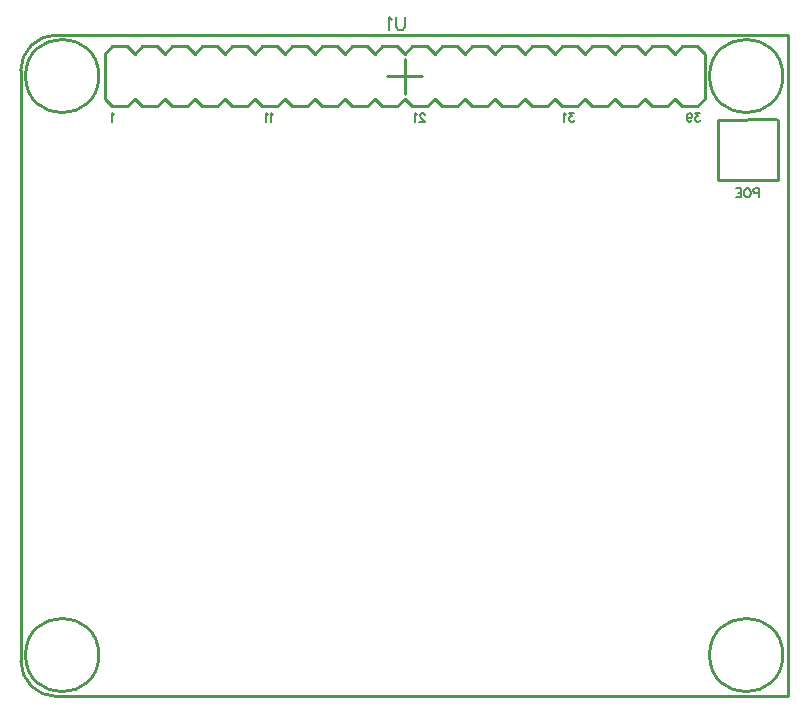
<source format=gbo>
G04 Layer: BottomSilkscreenLayer*
G04 EasyEDA v6.4.31, 2022-02-22 11:53:35*
G04 0e17b504a1c74eaf9c4f321eb8a460b9,d16b5419f4934f6baf9a23abf8230603,10*
G04 Gerber Generator version 0.2*
G04 Scale: 100 percent, Rotated: No, Reflected: No *
G04 Dimensions in millimeters *
G04 leading zeros omitted , absolute positions ,4 integer and 5 decimal *
%FSLAX45Y45*%
%MOMM*%

%ADD10C,0.2540*%
%ADD21C,0.1524*%
%ADD22C,0.1501*%

%LPD*%
D21*
X3949700Y8649715D02*
G01*
X3949700Y8571737D01*
X3944620Y8556244D01*
X3934206Y8545829D01*
X3918458Y8540750D01*
X3908043Y8540750D01*
X3892550Y8545829D01*
X3882136Y8556244D01*
X3877056Y8571737D01*
X3877056Y8649715D01*
X3842765Y8628887D02*
G01*
X3832352Y8634221D01*
X3816604Y8649715D01*
X3816604Y8540750D01*
X1487919Y7825488D02*
G01*
X1481061Y7829044D01*
X1470647Y7839458D01*
X1470647Y7766560D01*
X6444741Y7839455D02*
G01*
X6406641Y7839455D01*
X6427470Y7811770D01*
X6417056Y7811770D01*
X6409943Y7808213D01*
X6406641Y7804658D01*
X6403086Y7794244D01*
X6403086Y7787386D01*
X6406641Y7776971D01*
X6413500Y7770113D01*
X6423913Y7766558D01*
X6434327Y7766558D01*
X6444741Y7770113D01*
X6448043Y7773670D01*
X6451600Y7780528D01*
X6335268Y7815071D02*
G01*
X6338570Y7804658D01*
X6345681Y7797800D01*
X6356095Y7794244D01*
X6359397Y7794244D01*
X6369811Y7797800D01*
X6376670Y7804658D01*
X6380225Y7815071D01*
X6380225Y7818628D01*
X6376670Y7829042D01*
X6369811Y7835900D01*
X6359397Y7839455D01*
X6356095Y7839455D01*
X6345681Y7835900D01*
X6338570Y7829042D01*
X6335268Y7815071D01*
X6335268Y7797800D01*
X6338570Y7780528D01*
X6345681Y7770113D01*
X6356095Y7766558D01*
X6362954Y7766558D01*
X6373368Y7770113D01*
X6376670Y7776971D01*
X2832100Y7825486D02*
G01*
X2825241Y7829042D01*
X2814827Y7839455D01*
X2814827Y7766558D01*
X2791968Y7825486D02*
G01*
X2785109Y7829042D01*
X2774695Y7839455D01*
X2774695Y7766558D01*
X4115803Y7821932D02*
G01*
X4115803Y7825488D01*
X4112501Y7832346D01*
X4108945Y7835902D01*
X4102087Y7839458D01*
X4088117Y7839458D01*
X4081259Y7835902D01*
X4077703Y7832346D01*
X4074401Y7825488D01*
X4074401Y7818630D01*
X4077703Y7811772D01*
X4084815Y7801358D01*
X4119359Y7766560D01*
X4070845Y7766560D01*
X4047985Y7825488D02*
G01*
X4041127Y7829044D01*
X4030713Y7839458D01*
X4030713Y7766560D01*
X5378919Y7839455D02*
G01*
X5340819Y7839455D01*
X5361647Y7811770D01*
X5351233Y7811770D01*
X5344121Y7808213D01*
X5340819Y7804658D01*
X5337263Y7794244D01*
X5337263Y7787386D01*
X5340819Y7776971D01*
X5347677Y7770113D01*
X5358091Y7766558D01*
X5368505Y7766558D01*
X5378919Y7770113D01*
X5382221Y7773670D01*
X5385777Y7780528D01*
X5314403Y7825486D02*
G01*
X5307545Y7829042D01*
X5297131Y7839455D01*
X5297131Y7766558D01*
D22*
X6946887Y7201395D02*
G01*
X6946887Y7128751D01*
X6946887Y7201395D02*
G01*
X6915899Y7201395D01*
X6905485Y7197839D01*
X6901929Y7194537D01*
X6898627Y7187679D01*
X6898627Y7177265D01*
X6901929Y7170407D01*
X6905485Y7166851D01*
X6915899Y7163295D01*
X6946887Y7163295D01*
X6854939Y7201395D02*
G01*
X6861797Y7197839D01*
X6868909Y7190981D01*
X6872211Y7184123D01*
X6875767Y7173709D01*
X6875767Y7156437D01*
X6872211Y7146023D01*
X6868909Y7139165D01*
X6861797Y7132307D01*
X6854939Y7128751D01*
X6841223Y7128751D01*
X6834365Y7132307D01*
X6827253Y7139165D01*
X6823951Y7146023D01*
X6820395Y7156437D01*
X6820395Y7173709D01*
X6823951Y7184123D01*
X6827253Y7190981D01*
X6834365Y7197839D01*
X6841223Y7201395D01*
X6854939Y7201395D01*
X6797789Y7201395D02*
G01*
X6797789Y7128751D01*
X6797789Y7201395D02*
G01*
X6752831Y7201395D01*
X6797789Y7166851D02*
G01*
X6770103Y7166851D01*
X6797789Y7128751D02*
G01*
X6752831Y7128751D01*
D10*
X6597246Y7277100D02*
G01*
X7105246Y7277100D01*
X6597246Y7785100D02*
G01*
X6597246Y7277100D01*
X6597246Y7785100D02*
G01*
X7092711Y7790548D01*
X7105246Y7785100D02*
G01*
X7105246Y7277100D01*
X3948026Y8300720D02*
G01*
X3948026Y8001000D01*
X3795626Y8150860D02*
G01*
X4097886Y8150860D01*
X696826Y8201660D02*
G01*
X696826Y4442460D01*
X996546Y2900679D02*
G01*
X7195822Y2900476D01*
X7195822Y2900476D02*
G01*
X7195822Y8501456D01*
X7195822Y8501379D02*
G01*
X996546Y8501379D01*
X4773526Y7896860D02*
G01*
X4710026Y7960360D01*
X4646526Y7896860D01*
X4519526Y7896860D01*
X4456026Y7960360D01*
X4392526Y7896860D01*
X4265526Y7896860D01*
X4202026Y7960360D01*
X4138526Y7896860D01*
X4011526Y7896860D01*
X3948026Y7960360D01*
X3884526Y7896860D01*
X3757526Y7896860D01*
X3694026Y7960360D01*
X3630526Y7896860D01*
X3503526Y7896860D01*
X3440026Y7960360D01*
X3376526Y7896860D01*
X3249526Y7896860D01*
X3186026Y7960360D01*
X3122526Y7896860D01*
X2995526Y7896860D01*
X2932026Y7960360D01*
X2868526Y7896860D01*
X2741526Y7896860D01*
X2678026Y7960360D01*
X2614526Y7896860D01*
X2487526Y7896860D01*
X2424026Y7960360D01*
X2360526Y7896860D01*
X2233526Y7896860D01*
X2170026Y7960360D01*
X2106526Y7896860D01*
X1979526Y7896860D01*
X1916026Y7960360D01*
X1852526Y7896860D01*
X1725526Y7896860D01*
X1662026Y7960360D01*
X1598526Y7896860D01*
X1471526Y7896860D01*
X1408026Y7960360D01*
X1408026Y8341360D01*
X1471526Y8404860D01*
X1598526Y8404860D01*
X1662026Y8341360D01*
X1725526Y8404860D01*
X1852526Y8404860D01*
X1916026Y8341360D01*
X1979526Y8404860D01*
X2106526Y8404860D01*
X2170026Y8341360D01*
X2233526Y8404860D01*
X2360526Y8404860D01*
X2424026Y8341360D01*
X2487526Y8404860D01*
X2614526Y8404860D01*
X2678026Y8341360D01*
X2741526Y8404860D01*
X2868526Y8404860D01*
X2932026Y8341360D01*
X2995526Y8404860D01*
X3122526Y8404860D01*
X3186026Y8341360D01*
X3249526Y8404860D01*
X3376526Y8404860D01*
X3440026Y8341360D01*
X3503526Y8404860D01*
X3630526Y8404860D01*
X3694026Y8341360D01*
X3757526Y8404860D01*
X3884526Y8404860D01*
X3948026Y8341360D01*
X4011526Y8404860D01*
X4138526Y8404860D01*
X4202026Y8341360D01*
X4265526Y8404860D01*
X4392526Y8404860D01*
X4456026Y8341360D01*
X4519526Y8404860D01*
X4646526Y8404860D01*
X4710026Y8341360D01*
X4773526Y8404860D01*
X4900526Y8404860D01*
X4964026Y8341360D01*
X5027526Y8404860D01*
X5154526Y8404860D01*
X5218026Y8341360D01*
X5281526Y8404860D01*
X5408526Y8404860D01*
X5472026Y8341360D01*
X5535526Y8404860D01*
X5662526Y8404860D01*
X5726026Y8341360D01*
X5789526Y8404860D01*
X5916526Y8404860D01*
X5980026Y8341360D01*
X6043526Y8404860D01*
X6170526Y8404860D01*
X6234026Y8341360D01*
X6297526Y8404860D01*
X6424526Y8404860D01*
X6488026Y8341360D01*
X6488026Y7960360D01*
X6424526Y7896860D01*
X6297526Y7896860D01*
X6234026Y7960360D01*
X6170526Y7896860D01*
X6043526Y7896860D01*
X5980026Y7960360D01*
X5916526Y7896860D01*
X5789526Y7896860D01*
X5726026Y7960360D01*
X5662526Y7896860D01*
X5535526Y7896860D01*
X5472026Y7960360D01*
X5408526Y7896860D01*
X5281526Y7896860D01*
X5218026Y7960360D01*
X5154526Y7896860D01*
X5027526Y7896860D01*
X4964026Y7960360D01*
X4900526Y7896860D01*
X4773526Y7896860D01*
X696826Y4506468D02*
G01*
X696826Y3680460D01*
X696826Y3172460D01*
G75*
G01*
X696826Y3200679D02*
G03*
X996826Y2900680I300000J0D01*
G75*
G01*
X996826Y8500669D02*
G03*
X696826Y8200669I0J-300000D01*
G75*
G01
X1357478Y8153400D02*
G03X1357478Y8153400I-310134J0D01*
G75*
G01
X7148678Y8153400D02*
G03X7148678Y8153400I-310134J0D01*
G75*
G01
X7148678Y3251200D02*
G03X7148678Y3251200I-310134J0D01*
G75*
G01
X1357478Y3251200D02*
G03X1357478Y3251200I-310134J0D01*
M02*

</source>
